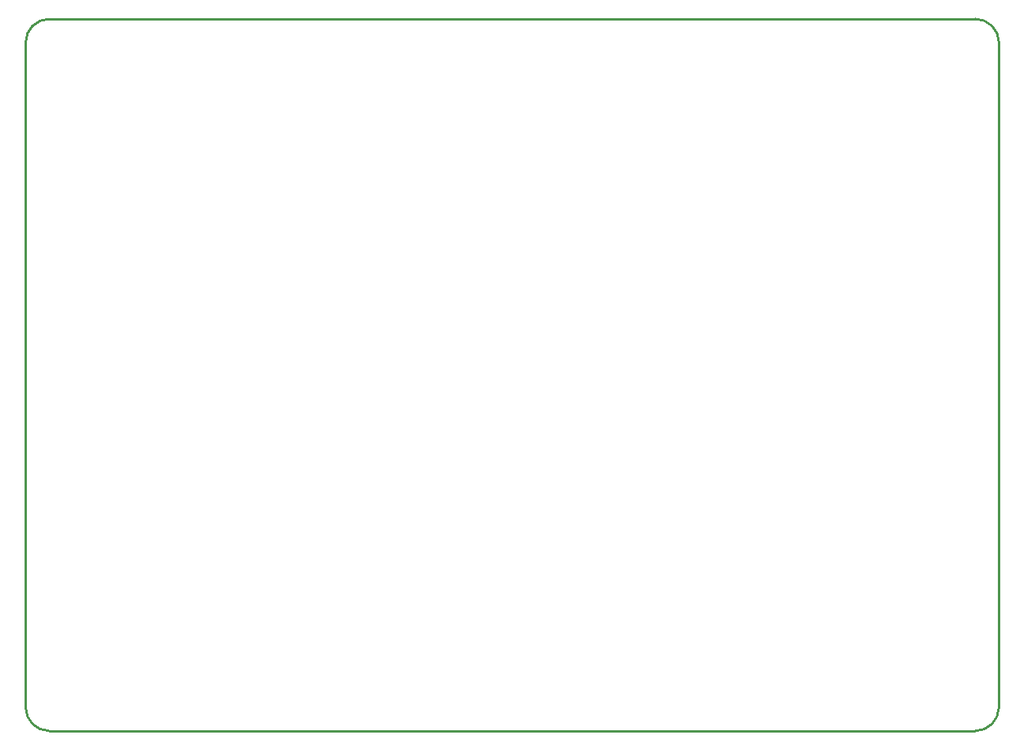
<source format=gbr>
G04 #@! TF.GenerationSoftware,KiCad,Pcbnew,5.1.2-f72e74a~84~ubuntu18.04.1*
G04 #@! TF.CreationDate,2019-05-24T04:06:14+05:00*
G04 #@! TF.ProjectId,reflow_board,7265666c-6f77-45f6-926f-6172642e6b69,1*
G04 #@! TF.SameCoordinates,Original*
G04 #@! TF.FileFunction,Legend,Bot*
G04 #@! TF.FilePolarity,Positive*
%FSLAX46Y46*%
G04 Gerber Fmt 4.6, Leading zero omitted, Abs format (unit mm)*
G04 Created by KiCad (PCBNEW 5.1.2-f72e74a~84~ubuntu18.04.1) date 2019-05-24 04:06:14*
%MOMM*%
%LPD*%
G04 APERTURE LIST*
%ADD10C,0.254000*%
G04 APERTURE END LIST*
D10*
X53340000Y-203200000D02*
G75*
G02X50800000Y-200660000I0J2540000D01*
G01*
X154940000Y-200660000D02*
G75*
G02X152400000Y-203200000I-2540000J0D01*
G01*
X152400000Y-127000000D02*
G75*
G02X154940000Y-129540000I0J-2540000D01*
G01*
X50800000Y-129540000D02*
G75*
G02X53340000Y-127000000I2540000J0D01*
G01*
X152400000Y-127000000D02*
X53340000Y-127000000D01*
X154940000Y-200660000D02*
X154940000Y-129540000D01*
X53340000Y-203200000D02*
X152400000Y-203200000D01*
X50800000Y-129540000D02*
X50800000Y-200660000D01*
M02*

</source>
